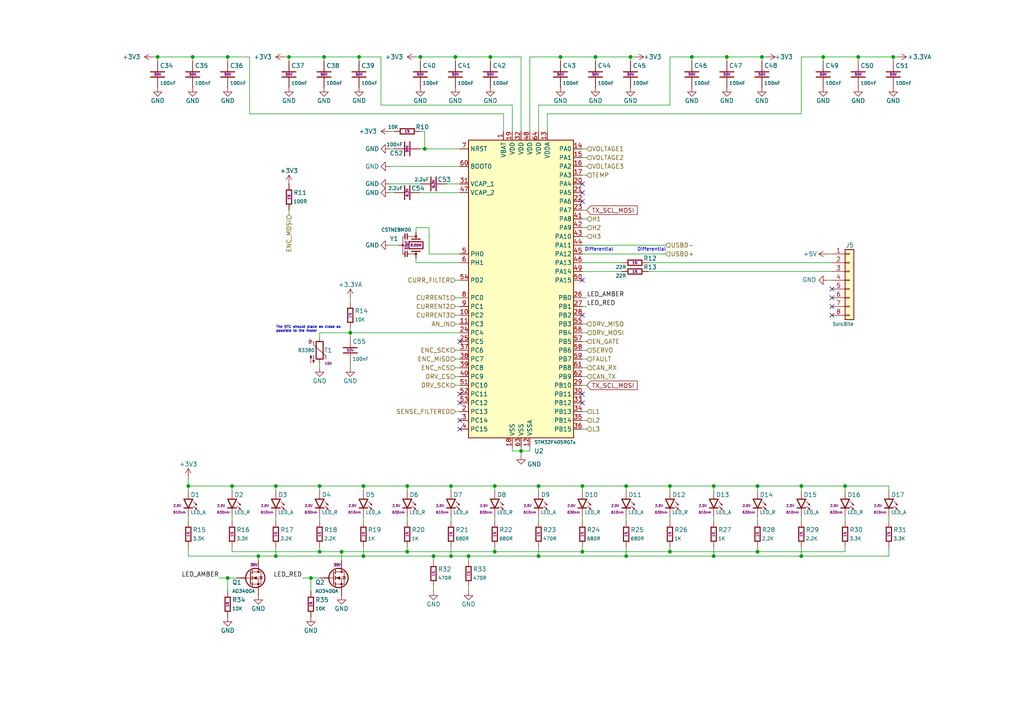
<source format=kicad_sch>
(kicad_sch (version 20211123) (generator eeschema)
  (paper "A4")
  (title_block (title "pectoralis major") (company "project Merophy") (comment 1 "a.k.a. Electronic Speed Controller of one of the drone motors") (comment 2 "This is one of the main propolsion sources of a bird") (comment 3 "at the deltopectoral crest.") (comment 4 "The pectoralis is a large muscle that attaches to the humerus of the wing "))
  (junction (at 55.88 16.51))
  (junction (at 245.11 140.97))
  (junction (at 130.81 161.29))
  (junction (at 105.41 140.97))
  (junction (at 151.13 130.81))
  (junction (at 248.92 16.51))
  (junction (at 156.21 140.97))
  (junction (at 210.82 16.51))
  (junction (at 143.51 160.02))
  (junction (at 45.72 16.51))
  (junction (at 200.66 16.51))
  (junction (at 92.71 140.97))
  (junction (at 118.11 140.97))
  (junction (at 67.31 140.97))
  (junction (at 66.04 16.51))
  (junction (at 207.01 140.97))
  (junction (at 74.93 161.29))
  (junction (at 92.71 160.02))
  (junction (at 182.88 16.51))
  (junction (at 232.41 140.97))
  (junction (at 219.71 160.02))
  (junction (at 220.98 16.51))
  (junction (at 105.41 161.29))
  (junction (at 121.92 16.51))
  (junction (at 142.24 16.51))
  (junction (at 83.82 16.51))
  (junction (at 168.91 140.97))
  (junction (at 259.08 16.51))
  (junction (at 130.81 140.97))
  (junction (at 132.08 16.51))
  (junction (at 125.73 161.29))
  (junction (at 66.04 167.64))
  (junction (at 90.17 167.64))
  (junction (at 93.98 16.51))
  (junction (at 118.11 160.02))
  (junction (at 156.21 161.29))
  (junction (at 104.14 16.51))
  (junction (at 135.89 161.29))
  (junction (at 194.31 140.97))
  (junction (at 101.6 96.52))
  (junction (at 181.61 140.97))
  (junction (at 232.41 161.29))
  (junction (at 80.01 161.29))
  (junction (at 207.01 161.29))
  (junction (at 54.61 140.97))
  (junction (at 238.76 16.51))
  (junction (at 99.06 160.02))
  (junction (at 123.19 43.18))
  (junction (at 162.56 16.51))
  (junction (at 181.61 161.29))
  (junction (at 219.71 140.97))
  (junction (at 168.91 160.02))
  (junction (at 194.31 160.02))
  (junction (at 172.72 16.51))
  (junction (at 80.01 140.97))
  (junction (at 143.51 140.97))
  (no_connect (at 133.35 99.06))
  (no_connect (at 133.35 124.46))
  (no_connect (at 241.3 83.82))
  (no_connect (at 168.91 58.42))
  (no_connect (at 168.91 55.88))
  (no_connect (at 241.3 86.36))
  (no_connect (at 168.91 81.28))
  (no_connect (at 168.91 53.34))
  (no_connect (at 241.3 91.44))
  (no_connect (at 241.3 88.9))
  (no_connect (at 168.91 91.44))
  (no_connect (at 133.35 116.84))
  (no_connect (at 168.91 114.3))
  (no_connect (at 133.35 114.3))
  (no_connect (at 168.91 116.84))
  (no_connect (at 133.35 121.92))
  (wire (pts (xy 168.91 88.9) (xy 170.18 88.9)))
  (wire (pts (xy 92.71 96.52) (xy 92.71 97.79)))
  (wire (pts (xy 259.08 16.51) (xy 259.08 17.78)))
  (wire (pts (xy 151.13 38.1) (xy 151.13 16.51)))
  (wire (pts (xy 99.06 162.56) (xy 99.06 160.02)))
  (wire (pts (xy 104.14 16.51) (xy 110.49 16.51)))
  (wire (pts (xy 148.59 30.48) (xy 110.49 30.48)))
  (wire (pts (xy 222.25 16.51) (xy 220.98 16.51)))
  (wire (pts (xy 118.11 160.02) (xy 143.51 160.02)))
  (wire (pts (xy 63.5 167.64) (xy 66.04 167.64)))
  (wire (pts (xy 207.01 149.86) (xy 207.01 151.13)))
  (wire (pts (xy 54.61 138.43) (xy 54.61 140.97)))
  (wire (pts (xy 168.91 73.66) (xy 193.04 73.66)))
  (wire (pts (xy 207.01 140.97) (xy 219.71 140.97)))
  (wire (pts (xy 156.21 140.97) (xy 156.21 142.24)))
  (wire (pts (xy 67.31 140.97) (xy 80.01 140.97)))
  (wire (pts (xy 133.35 104.14) (xy 132.08 104.14)))
  (wire (pts (xy 67.31 158.75) (xy 67.31 160.02)))
  (wire (pts (xy 207.01 140.97) (xy 207.01 142.24)))
  (wire (pts (xy 120.65 16.51) (xy 121.92 16.51)))
  (wire (pts (xy 219.71 140.97) (xy 232.41 140.97)))
  (wire (pts (xy 67.31 142.24) (xy 67.31 140.97)))
  (wire (pts (xy 194.31 158.75) (xy 194.31 160.02)))
  (wire (pts (xy 245.11 140.97) (xy 245.11 142.24)))
  (wire (pts (xy 219.71 140.97) (xy 219.71 142.24)))
  (wire (pts (xy 194.31 149.86) (xy 194.31 151.13)))
  (wire (pts (xy 143.51 149.86) (xy 143.51 151.13)))
  (wire (pts (xy 132.08 81.28) (xy 133.35 81.28)))
  (wire (pts (xy 240.03 73.66) (xy 241.3 73.66)))
  (wire (pts (xy 101.6 96.52) (xy 133.35 96.52)))
  (wire (pts (xy 113.03 48.26) (xy 133.35 48.26)))
  (wire (pts (xy 181.61 161.29) (xy 207.01 161.29)))
  (wire (pts (xy 90.17 171.45) (xy 90.17 167.64)))
  (wire (pts (xy 170.18 124.46) (xy 168.91 124.46)))
  (wire (pts (xy 121.92 43.18) (xy 123.19 43.18)))
  (wire (pts (xy 105.41 140.97) (xy 118.11 140.97)))
  (wire (pts (xy 66.04 17.78) (xy 66.04 16.51)))
  (wire (pts (xy 170.18 60.96) (xy 168.91 60.96)))
  (wire (pts (xy 93.98 16.51) (xy 93.98 17.78)))
  (wire (pts (xy 232.41 149.86) (xy 232.41 151.13)))
  (wire (pts (xy 168.91 149.86) (xy 168.91 151.13)))
  (wire (pts (xy 257.81 158.75) (xy 257.81 161.29)))
  (wire (pts (xy 168.91 160.02) (xy 194.31 160.02)))
  (wire (pts (xy 113.03 71.12) (xy 115.57 71.12)))
  (wire (pts (xy 82.55 16.51) (xy 83.82 16.51)))
  (wire (pts (xy 80.01 140.97) (xy 92.71 140.97)))
  (wire (pts (xy 248.92 16.51) (xy 248.92 17.78)))
  (wire (pts (xy 104.14 17.78) (xy 104.14 16.51)))
  (wire (pts (xy 143.51 140.97) (xy 143.51 142.24)))
  (wire (pts (xy 133.35 86.36) (xy 132.08 86.36)))
  (wire (pts (xy 187.96 78.74) (xy 241.3 78.74)))
  (wire (pts (xy 170.18 104.14) (xy 168.91 104.14)))
  (wire (pts (xy 92.71 151.13) (xy 92.71 149.86)))
  (wire (pts (xy 219.71 149.86) (xy 219.71 151.13)))
  (wire (pts (xy 241.3 81.28) (xy 240.03 81.28)))
  (wire (pts (xy 54.61 161.29) (xy 74.93 161.29)))
  (wire (pts (xy 130.81 140.97) (xy 143.51 140.97)))
  (wire (pts (xy 110.49 16.51) (xy 110.49 30.48)))
  (wire (pts (xy 153.67 16.51) (xy 153.67 38.1)))
  (wire (pts (xy 194.31 160.02) (xy 219.71 160.02)))
  (wire (pts (xy 135.89 171.45) (xy 135.89 170.18)))
  (wire (pts (xy 232.41 16.51) (xy 238.76 16.51)))
  (wire (pts (xy 66.04 171.45) (xy 66.04 167.64)))
  (wire (pts (xy 156.21 149.86) (xy 156.21 151.13)))
  (wire (pts (xy 170.18 99.06) (xy 168.91 99.06)))
  (wire (pts (xy 257.81 140.97) (xy 257.81 142.24)))
  (wire (pts (xy 121.92 55.88) (xy 133.35 55.88)))
  (wire (pts (xy 220.98 16.51) (xy 210.82 16.51)))
  (wire (pts (xy 194.31 140.97) (xy 194.31 142.24)))
  (wire (pts (xy 156.21 38.1) (xy 156.21 30.48)))
  (wire (pts (xy 114.3 55.88) (xy 113.03 55.88)))
  (wire (pts (xy 181.61 158.75) (xy 181.61 161.29)))
  (wire (pts (xy 156.21 161.29) (xy 181.61 161.29)))
  (wire (pts (xy 170.18 63.5) (xy 168.91 63.5)))
  (wire (pts (xy 133.35 106.68) (xy 132.08 106.68)))
  (wire (pts (xy 238.76 16.51) (xy 248.92 16.51)))
  (wire (pts (xy 148.59 130.81) (xy 148.59 129.54)))
  (wire (pts (xy 132.08 16.51) (xy 142.24 16.51)))
  (wire (pts (xy 118.11 140.97) (xy 130.81 140.97)))
  (wire (pts (xy 118.11 158.75) (xy 118.11 160.02)))
  (wire (pts (xy 118.11 151.13) (xy 118.11 149.86)))
  (wire (pts (xy 232.41 33.02) (xy 232.41 16.51)))
  (wire (pts (xy 101.6 95.25) (xy 101.6 96.52)))
  (wire (pts (xy 146.05 33.02) (xy 146.05 38.1)))
  (wire (pts (xy 170.18 43.18) (xy 168.91 43.18)))
  (wire (pts (xy 101.6 106.68) (xy 101.6 105.41)))
  (wire (pts (xy 72.39 16.51) (xy 66.04 16.51)))
  (wire (pts (xy 67.31 151.13) (xy 67.31 149.86)))
  (wire (pts (xy 156.21 140.97) (xy 168.91 140.97)))
  (wire (pts (xy 101.6 97.79) (xy 101.6 96.52)))
  (wire (pts (xy 210.82 16.51) (xy 210.82 17.78)))
  (wire (pts (xy 105.41 149.86) (xy 105.41 151.13)))
  (wire (pts (xy 168.91 158.75) (xy 168.91 160.02)))
  (wire (pts (xy 168.91 66.04) (xy 170.18 66.04)))
  (wire (pts (xy 245.11 158.75) (xy 245.11 160.02)))
  (wire (pts (xy 130.81 140.97) (xy 130.81 142.24)))
  (wire (pts (xy 92.71 158.75) (xy 92.71 160.02)))
  (wire (pts (xy 207.01 161.29) (xy 232.41 161.29)))
  (wire (pts (xy 74.93 162.56) (xy 74.93 161.29)))
  (wire (pts (xy 170.18 109.22) (xy 168.91 109.22)))
  (wire (pts (xy 113.03 38.1) (xy 114.3 38.1)))
  (wire (pts (xy 80.01 161.29) (xy 105.41 161.29)))
  (wire (pts (xy 132.08 16.51) (xy 132.08 17.78)))
  (wire (pts (xy 170.18 48.26) (xy 168.91 48.26)))
  (wire (pts (xy 135.89 162.56) (xy 135.89 161.29)))
  (wire (pts (xy 80.01 140.97) (xy 80.01 142.24)))
  (wire (pts (xy 105.41 140.97) (xy 105.41 142.24)))
  (wire (pts (xy 200.66 16.51) (xy 194.31 16.51)))
  (wire (pts (xy 45.72 16.51) (xy 45.72 17.78)))
  (wire (pts (xy 168.91 121.92) (xy 170.18 121.92)))
  (wire (pts (xy 156.21 161.29) (xy 135.89 161.29)))
  (wire (pts (xy 181.61 140.97) (xy 181.61 142.24)))
  (wire (pts (xy 200.66 16.51) (xy 200.66 17.78)))
  (wire (pts (xy 87.63 167.64) (xy 90.17 167.64)))
  (wire (pts (xy 132.08 93.98) (xy 133.35 93.98)))
  (wire (pts (xy 245.11 149.86) (xy 245.11 151.13)))
  (wire (pts (xy 133.35 43.18) (xy 123.19 43.18)))
  (wire (pts (xy 130.81 158.75) (xy 130.81 161.29)))
  (wire (pts (xy 170.18 119.38) (xy 168.91 119.38)))
  (wire (pts (xy 182.88 16.51) (xy 182.88 17.78)))
  (wire (pts (xy 130.81 149.86) (xy 130.81 151.13)))
  (wire (pts (xy 143.51 140.97) (xy 156.21 140.97)))
  (wire (pts (xy 67.31 160.02) (xy 92.71 160.02)))
  (wire (pts (xy 120.65 76.2) (xy 120.65 74.93)))
  (wire (pts (xy 156.21 158.75) (xy 156.21 161.29)))
  (wire (pts (xy 168.91 71.12) (xy 193.04 71.12)))
  (wire (pts (xy 133.35 73.66) (xy 124.46 73.66)))
  (wire (pts (xy 168.91 45.72) (xy 170.18 45.72)))
  (wire (pts (xy 121.92 38.1) (xy 123.19 38.1)))
  (wire (pts (xy 170.18 101.6) (xy 168.91 101.6)))
  (wire (pts (xy 151.13 130.81) (xy 153.67 130.81)))
  (wire (pts (xy 92.71 140.97) (xy 105.41 140.97)))
  (wire (pts (xy 181.61 140.97) (xy 194.31 140.97)))
  (wire (pts (xy 133.35 111.76) (xy 132.08 111.76)))
  (wire (pts (xy 194.31 30.48) (xy 156.21 30.48)))
  (wire (pts (xy 194.31 140.97) (xy 207.01 140.97)))
  (wire (pts (xy 113.03 43.18) (xy 114.3 43.18)))
  (wire (pts (xy 54.61 158.75) (xy 54.61 161.29)))
  (wire (pts (xy 125.73 162.56) (xy 125.73 161.29)))
  (wire (pts (xy 194.31 30.48) (xy 194.31 16.51)))
  (wire (pts (xy 153.67 130.81) (xy 153.67 129.54)))
  (wire (pts (xy 44.45 16.51) (xy 45.72 16.51)))
  (wire (pts (xy 80.01 158.75) (xy 80.01 161.29)))
  (wire (pts (xy 129.54 53.34) (xy 133.35 53.34)))
  (wire (pts (xy 133.35 119.38) (xy 132.08 119.38)))
  (wire (pts (xy 125.73 161.29) (xy 130.81 161.29)))
  (wire (pts (xy 143.51 158.75) (xy 143.51 160.02)))
  (wire (pts (xy 142.24 17.78) (xy 142.24 16.51)))
  (wire (pts (xy 143.51 160.02) (xy 168.91 160.02)))
  (wire (pts (xy 220.98 16.51) (xy 220.98 17.78)))
  (wire (pts (xy 123.19 38.1) (xy 123.19 43.18)))
  (wire (pts (xy 105.41 158.75) (xy 105.41 161.29)))
  (wire (pts (xy 120.65 66.04) (xy 120.65 67.31)))
  (wire (pts (xy 54.61 140.97) (xy 67.31 140.97)))
  (wire (pts (xy 241.3 76.2) (xy 187.96 76.2)))
  (wire (pts (xy 66.04 167.64) (xy 68.58 167.64)))
  (wire (pts (xy 248.92 16.51) (xy 259.08 16.51)))
  (wire (pts (xy 170.18 106.68) (xy 168.91 106.68)))
  (wire (pts (xy 260.35 16.51) (xy 259.08 16.51)))
  (wire (pts (xy 125.73 171.45) (xy 125.73 170.18)))
  (wire (pts (xy 133.35 76.2) (xy 120.65 76.2)))
  (wire (pts (xy 90.17 167.64) (xy 92.71 167.64)))
  (wire (pts (xy 92.71 140.97) (xy 92.71 142.24)))
  (wire (pts (xy 158.75 33.02) (xy 232.41 33.02)))
  (wire (pts (xy 151.13 130.81) (xy 151.13 129.54)))
  (wire (pts (xy 170.18 93.98) (xy 168.91 93.98)))
  (wire (pts (xy 80.01 149.86) (xy 80.01 151.13)))
  (wire (pts (xy 121.92 16.51) (xy 132.08 16.51)))
  (wire (pts (xy 66.04 16.51) (xy 55.88 16.51)))
  (wire (pts (xy 170.18 86.36) (xy 168.91 86.36)))
  (wire (pts (xy 101.6 86.36) (xy 101.6 87.63)))
  (wire (pts (xy 172.72 16.51) (xy 172.72 17.78)))
  (wire (pts (xy 245.11 160.02) (xy 219.71 160.02)))
  (wire (pts (xy 148.59 38.1) (xy 148.59 30.48)))
  (wire (pts (xy 130.81 161.29) (xy 135.89 161.29)))
  (wire (pts (xy 162.56 16.51) (xy 162.56 17.78)))
  (wire (pts (xy 151.13 130.81) (xy 148.59 130.81)))
  (wire (pts (xy 170.18 68.58) (xy 168.91 68.58)))
  (wire (pts (xy 132.08 88.9) (xy 133.35 88.9)))
  (wire (pts (xy 104.14 16.51) (xy 93.98 16.51)))
  (wire (pts (xy 133.35 91.44) (xy 132.08 91.44)))
  (wire (pts (xy 105.41 161.29) (xy 125.73 161.29)))
  (wire (pts (xy 181.61 149.86) (xy 181.61 151.13)))
  (wire (pts (xy 92.71 106.68) (xy 92.71 105.41)))
  (wire (pts (xy 55.88 16.51) (xy 55.88 17.78)))
  (wire (pts (xy 257.81 149.86) (xy 257.81 151.13)))
  (wire (pts (xy 55.88 16.51) (xy 45.72 16.51)))
  (wire (pts (xy 113.03 53.34) (xy 121.92 53.34)))
  (wire (pts (xy 168.91 76.2) (xy 180.34 76.2)))
  (wire (pts (xy 170.18 50.8) (xy 168.91 50.8)))
  (wire (pts (xy 232.41 140.97) (xy 232.41 142.24)))
  (wire (pts (xy 83.82 16.51) (xy 83.82 17.78)))
  (wire (pts (xy 124.46 73.66) (xy 124.46 66.04)))
  (wire (pts (xy 172.72 16.51) (xy 182.88 16.51)))
  (wire (pts (xy 207.01 158.75) (xy 207.01 161.29)))
  (wire (pts (xy 132.08 101.6) (xy 133.35 101.6)))
  (wire (pts (xy 232.41 158.75) (xy 232.41 161.29)))
  (wire (pts (xy 168.91 140.97) (xy 181.61 140.97)))
  (wire (pts (xy 168.91 78.74) (xy 180.34 78.74)))
  (wire (pts (xy 219.71 158.75) (xy 219.71 160.02)))
  (wire (pts (xy 74.93 161.29) (xy 80.01 161.29)))
  (wire (pts (xy 238.76 16.51) (xy 238.76 17.78)))
  (wire (pts (xy 83.82 60.96) (xy 83.82 62.23)))
  (wire (pts (xy 153.67 16.51) (xy 162.56 16.51)))
  (wire (pts (xy 118.11 140.97) (xy 118.11 142.24)))
  (wire (pts (xy 168.91 96.52) (xy 170.18 96.52)))
  (wire (pts (xy 162.56 16.51) (xy 172.72 16.51)))
  (wire (pts (xy 245.11 140.97) (xy 257.81 140.97)))
  (wire (pts (xy 72.39 16.51) (xy 72.39 33.02)))
  (wire (pts (xy 92.71 160.02) (xy 99.06 160.02)))
  (wire (pts (xy 133.35 109.22) (xy 132.08 109.22)))
  (wire (pts (xy 142.24 16.51) (xy 151.13 16.51)))
  (wire (pts (xy 158.75 38.1) (xy 158.75 33.02)))
  (wire (pts (xy 92.71 96.52) (xy 101.6 96.52)))
  (wire (pts (xy 121.92 16.51) (xy 121.92 17.78)))
  (wire (pts (xy 99.06 160.02) (xy 118.11 160.02)))
  (wire (pts (xy 232.41 161.29) (xy 257.81 161.29)))
  (wire (pts (xy 210.82 16.51) (xy 200.66 16.51)))
  (wire (pts (xy 170.18 111.76) (xy 168.91 111.76)))
  (wire (pts (xy 146.05 33.02) (xy 72.39 33.02)))
  (wire (pts (xy 168.91 140.97) (xy 168.91 142.24)))
  (wire (pts (xy 54.61 140.97) (xy 54.61 142.24)))
  (wire (pts (xy 93.98 16.51) (xy 83.82 16.51)))
  (wire (pts (xy 184.15 16.51) (xy 182.88 16.51)))
  (wire (pts (xy 124.46 66.04) (xy 120.65 66.04)))
  (wire (pts (xy 54.61 149.86) (xy 54.61 151.13)))
  (wire (pts (xy 151.13 132.08) (xy 151.13 130.81)))
  (wire (pts (xy 232.41 140.97) (xy 245.11 140.97)))
  (text "The NTC should place as close as \npossible to the motor" (at 80.01 96.52 0) (effects (font (size 0.7112 0.7112)) (justify left bottom)))
  (text "Differential\n" (at 169.545 73.025 0) (effects (font (size 0.9906 0.9906)) (justify left bottom)))
  (text "Differential\n" (at 184.785 73.025 0) (effects (font (size 0.9906 0.9906)) (justify left bottom)))
  (label "LED_AMBER" (at 170.18 86.36 0))
  (label "LED_RED" (at 170.18 88.9 0))
  (label "LED_AMBER" (at 63.5 167.64 180))
  (label "LED_RED" (at 87.63 167.64 180))
  (global_label "TX_SCL_MOSI" (shape input) (at 170.18 60.96 0) (property "Intersheet References" "${INTERSHEET_REFS}" (effects hide)))
  (global_label "TX_SCL_MOSI" (shape input) (at 170.18 111.76 0) (property "Intersheet References" "${INTERSHEET_REFS}" (effects hide)))
  (hierarchical_label "L3" (shape input) (at 170.18 124.46 0))
  (hierarchical_label "USBD+" (shape input) (at 193.04 73.66 0))
  (hierarchical_label "EN_GATE" (shape input) (at 170.18 99.06 0))
  (hierarchical_label "ENC_MISO" (shape input) (at 132.08 104.14 180))
  (hierarchical_label "ENC_nCS" (shape input) (at 132.08 106.68 180))
  (hierarchical_label "VOLTAGE3" (shape input) (at 170.18 48.26 0))
  (hierarchical_label "VOLTAGE2" (shape input) (at 170.18 45.72 0))
  (hierarchical_label "H3" (shape input) (at 170.18 68.58 0))
  (hierarchical_label "DRV_CS" (shape input) (at 132.08 109.22 180))
  (hierarchical_label "SENSE_FILTERED" (shape input) (at 132.08 119.38 180))
  (hierarchical_label "CURR_FILTER" (shape input) (at 132.08 81.28 180))
  (hierarchical_label "AN_IN" (shape input) (at 132.08 93.98 180))
  (hierarchical_label "L2" (shape input) (at 170.18 121.92 0))
  (hierarchical_label "SERVO" (shape input) (at 170.18 101.6 0))
  (hierarchical_label "ENC_MOSI" (shape input) (at 83.82 62.23 270))
  (hierarchical_label "VOLTAGE1" (shape input) (at 170.18 43.18 0))
  (hierarchical_label "CAN_RX" (shape input) (at 170.18 106.68 0))
  (hierarchical_label "CURRENT2" (shape input) (at 132.08 88.9 180))
  (hierarchical_label "H2" (shape input) (at 170.18 66.04 0))
  (hierarchical_label "L1" (shape input) (at 170.18 119.38 0))
  (hierarchical_label "CURRENT3" (shape input) (at 132.08 91.44 180))
  (hierarchical_label "TEMP" (shape input) (at 170.18 50.8 0))
  (hierarchical_label "DRV_MOSI" (shape input) (at 170.18 96.52 0))
  (hierarchical_label "H1" (shape input) (at 170.18 63.5 0))
  (hierarchical_label "DRV_SCK" (shape input) (at 132.08 111.76 180))
  (hierarchical_label "DRV_MISO" (shape input) (at 170.18 93.98 0))
  (hierarchical_label "FAULT" (shape input) (at 170.18 104.14 0))
  (hierarchical_label "CURRENT1" (shape input) (at 132.08 86.36 180))
  (hierarchical_label "ENC_SCK" (shape input) (at 132.08 101.6 180))
  (hierarchical_label "USBD-" (shape input) (at 193.04 71.12 0))
  (hierarchical_label "CAN_TX" (shape input) (at 170.18 109.22 0))
  (symbol (lib_id "power:GND") (at 132.08 25.4 0) (unit 1)
    (property "Reference" "#PWR049" (effects hide))
    (property "Value" "GND" (at 132.08 29.21 0))
  )
  (symbol (lib_id "power:GND") (at 121.92 25.4 0) (unit 1)
    (property "Reference" "#PWR048" (effects hide))
    (property "Value" "GND" (at 121.92 29.21 0))
  )
  (symbol (lib_id "power:GND") (at 142.24 25.4 0) (unit 1)
    (property "Reference" "#PWR050" (effects hide))
    (property "Value" "GND" (at 142.24 29.21 0))
  )
  (symbol (lib_id "power:GND") (at 55.88 25.4 0) (unit 1)
    (property "Reference" "#PWR043" (effects hide))
    (property "Value" "GND" (at 55.88 29.21 0))
  )
  (symbol (lib_id "power:GND") (at 45.72 25.4 0) (unit 1)
    (property "Reference" "#PWR042" (effects hide))
    (property "Value" "GND" (at 45.72 29.21 0))
  )
  (symbol (lib_id "power:GND") (at 66.04 25.4 0) (unit 1)
    (property "Reference" "#PWR044" (effects hide))
    (property "Value" "GND" (at 66.04 29.21 0))
  )
  (symbol (lib_id "power:GND") (at 104.14 25.4 0) (unit 1)
    (property "Reference" "#PWR047" (effects hide))
    (property "Value" "GND" (at 104.14 29.21 0))
  )
  (symbol (lib_id "power:GND") (at 248.92 25.4 0) (unit 1)
    (property "Reference" "#PWR058" (effects hide))
    (property "Value" "GND" (at 248.92 29.21 0))
  )
  (symbol (lib_id "power:GND") (at 238.76 25.4 0) (unit 1)
    (property "Reference" "#PWR057" (effects hide))
    (property "Value" "GND" (at 238.76 29.21 0))
  )
  (symbol (lib_id "power:GND") (at 259.08 25.4 0) (unit 1)
    (property "Reference" "#PWR059" (effects hide))
    (property "Value" "GND" (at 259.08 29.21 0))
  )
  (symbol (lib_id "power:GND") (at 182.88 25.4 0) (unit 1)
    (property "Reference" "#PWR053" (effects hide))
    (property "Value" "GND" (at 182.88 29.21 0))
  )
  (symbol (lib_id "power:GND") (at 210.82 25.4 0) (unit 1)
    (property "Reference" "#PWR055" (effects hide))
    (property "Value" "GND" (at 210.82 29.21 0))
  )
  (symbol (lib_id "power:GND") (at 200.66 25.4 0) (unit 1)
    (property "Reference" "#PWR054" (effects hide))
    (property "Value" "GND" (at 200.66 29.21 0))
  )
  (symbol (lib_id "power:+3V3") (at 44.45 16.51 90) (unit 1)
    (property "Reference" "#PWR036" (effects hide))
    (property "Value" "+3V3" (at 38.1 16.51 90))
  )
  (symbol (lib_id "power:+3V3") (at 82.55 16.51 90) (unit 1)
    (property "Reference" "#PWR037" (effects hide))
    (property "Value" "+3V3" (at 76.2 16.51 90))
  )
  (symbol (lib_id "power:GND") (at 113.03 43.18 270) (unit 1)
    (property "Reference" "#PWR061" (effects hide))
    (property "Value" "GND" (at 107.95 43.18 90))
  )
  (symbol (lib_id "power:GND") (at 113.03 48.26 270) (unit 1)
    (property "Reference" "#PWR062" (effects hide))
    (property "Value" "GND" (at 107.95 48.26 90))
  )
  (symbol (lib_id "power:GND") (at 113.03 55.88 270) (unit 1)
    (property "Reference" "#PWR065" (effects hide))
    (property "Value" "GND" (at 107.95 55.88 90))
  )
  (symbol (lib_id "power:GND") (at 113.03 53.34 270) (unit 1)
    (property "Reference" "#PWR064" (effects hide))
    (property "Value" "GND" (at 107.95 53.34 90))
  )
  (symbol (lib_id "power:+3V3") (at 83.82 53.34 0) (unit 1)
    (property "Reference" "#PWR063" (effects hide))
    (property "Value" "+3V3" (at 83.82 49.53 0))
  )
  (symbol (lib_id "power:+3.3VA") (at 101.6 86.36 0) (unit 1)
    (property "Reference" "#PWR069" (effects hide))
    (property "Value" "+3.3VA" (at 101.6 82.55 0))
  )
  (symbol (lib_id "power:GND") (at 74.93 172.72 0) (unit 1)
    (property "Reference" "#PWR076" (effects hide))
    (property "Value" "GND" (at 74.93 176.53 0))
  )
  (symbol (lib_id "power:GND") (at 151.13 132.08 0) (unit 1)
    (property "Reference" "#PWR072" (effects hide))
    (property "Value" "GND" (at 154.94 134.62 0))
  )
  (symbol (lib_id "power:GND") (at 93.98 25.4 0) (unit 1)
    (property "Reference" "#PWR046" (effects hide))
    (property "Value" "GND" (at 93.98 29.21 0))
  )
  (symbol (lib_id "power:GND") (at 83.82 25.4 0) (unit 1)
    (property "Reference" "#PWR045" (effects hide))
    (property "Value" "GND" (at 83.82 29.21 0))
  )
  (symbol (lib_id "power:GND") (at 172.72 25.4 0) (unit 1)
    (property "Reference" "#PWR052" (effects hide))
    (property "Value" "GND" (at 172.72 29.21 0))
  )
  (symbol (lib_id "power:GND") (at 162.56 25.4 0) (unit 1)
    (property "Reference" "#PWR051" (effects hide))
    (property "Value" "GND" (at 162.56 29.21 0))
  )
  (symbol (lib_id "power:+3V3") (at 120.65 16.51 90) (unit 1)
    (property "Reference" "#PWR038" (effects hide))
    (property "Value" "+3V3" (at 114.3 16.51 90))
  )
  (symbol (lib_id "power:+3V3") (at 184.15 16.51 270) (unit 1)
    (property "Reference" "#PWR039" (effects hide))
    (property "Value" "+3V3" (at 189.23 16.51 90))
  )
  (symbol (lib_id "power:+3V3") (at 222.25 16.51 270) (unit 1)
    (property "Reference" "#PWR040" (effects hide))
    (property "Value" "+3V3" (at 227.33 16.51 90))
  )
  (symbol (lib_id "power:+3.3VA") (at 260.35 16.51 270) (unit 1)
    (property "Reference" "#PWR041" (effects hide))
    (property "Value" "+3.3VA" (at 266.7 16.51 90))
  )
  (symbol (lib_id "power:GND") (at 220.98 25.4 0) (unit 1)
    (property "Reference" "#PWR056" (effects hide))
    (property "Value" "GND" (at 220.98 29.21 0))
  )
  (symbol (lib_id "power:+3V3") (at 113.03 38.1 90) (unit 1)
    (property "Reference" "#PWR060" (effects hide))
    (property "Value" "+3V3" (at 106.68 38.1 90))
  )
  (symbol (lib_id "power:GND") (at 113.03 71.12 270) (unit 1)
    (property "Reference" "#PWR066" (effects hide))
    (property "Value" "GND" (at 107.95 71.12 90))
  )
  (symbol (lib_id "power:GND") (at 92.71 106.68 0) (unit 1)
    (property "Reference" "#PWR070" (effects hide))
    (property "Value" "GND" (at 92.71 110.49 0))
  )
  (symbol (lib_id "power:GND") (at 125.73 171.45 0) (unit 1)
    (property "Reference" "#PWR074" (effects hide))
    (property "Value" "GND" (at 125.73 175.26 0))
  )
  (symbol (lib_id "power:GND") (at 135.89 171.45 0) (unit 1)
    (property "Reference" "#PWR075" (effects hide))
    (property "Value" "GND" (at 135.89 175.26 0))
  )
  (symbol (lib_id "power:GND") (at 99.06 172.72 0) (unit 1)
    (property "Reference" "#PWR077" (effects hide))
    (property "Value" "GND" (at 99.06 176.53 0))
  )
  (symbol (lib_id "power:GND") (at 101.6 106.68 0) (unit 1)
    (property "Reference" "#PWR071" (effects hide))
    (property "Value" "GND" (at 101.6 110.49 0))
  )
  (symbol (lib_id "power:+5V") (at 240.03 73.66 90) (unit 1)
    (property "Reference" "#PWR067" (effects hide))
    (property "Value" "+5V" (at 234.95 73.66 90))
  )
  (symbol (lib_id "power:GND") (at 240.03 81.28 270) (mirror x) (unit 1)
    (property "Reference" "#PWR068" (effects hide))
    (property "Value" "GND" (at 236.7788 81.153 90) (effects (justify right)))
  )
  (symbol (lib_id "CoE_Clock:CSTNE8M00") (at 120.65 71.12 0) (unit 1)
    (property "Reference" "Y1" (at 113.03 69.215 0) (effects (justify left)))
    (property "Value" "CSTNE8M00" (at 114.935 66.675 0) (effects (font (size 0.9906 0.9906))))
    (property "Footprint" "CoF_Crystal:CSTNE" (effects hide))
    (property "Datasheet" "www.murata.com/en/products/productdata/8801161740318/SPEC-CSTNE8M00G550000R0.pdf" (effects hide))
    (property "Frequency" "8.00M" (at 120.65 71.12 0) (effects (font (size 0.7112 0.7112))))
    (property "Load Capacitance" "33pF" (at 117.856 71.12 90) (effects (font (size 0.7112 0.7112))))
    (property "MFR. Part #" "CSTNE8M00G550000R0" (effects hide))
    (property "Digikey Part #" "490-17958-1-ND" (effects hide))
    (property "Mouser Part #" "81-CSTNE8M00G550000R" (effects hide))
  )
  (symbol (lib_id "CoE_IntegratedCircuit:STM32F405RGTx") (at 151.13 83.82 0) (unit 1)
    (property "Reference" "U2" (at 154.94 130.81 0) (effects (justify left)))
    (property "Value" "STM32F405RGTx" (at 154.94 128.27 0) (effects (font (size 0.9906 0.9906)) (justify left)))
    (property "Footprint" "CoF_QuadFlat:LQFP-64" (effects hide))
    (property "Datasheet" "http://www.st.com/st-web-ui/static/active/en/resource/technical/document/datasheet/DM00037051.pdf" (effects hide))
    (property "MFR. Part #" "STM32F405RGT6" (effects hide))
    (property "Digikey Part #" "497-11767-ND" (effects hide))
  )
  (symbol (lib_id "CoE_Resistor:100R") (at 83.82 57.15 0) (unit 1)
    (property "Reference" "R11" (at 85.09 55.88 0) (effects (justify left)))
    (property "Value" "100R" (at 85.09 58.42 0) (effects (font (size 0.9906 0.9906)) (justify left)))
    (property "Footprint" "CoF_Resistor:R-0402" (effects hide))
    (property "Tolerance" "1%" (at 83.82 57.15 90) (effects (font (size 0.7112 0.7112))))
    (property "MFR. Part #" "0402WGF1000TCE" (effects hide))
    (property "JLCPCB Part #" "C25076" (effects hide))
  )
  (symbol (lib_id "CoE_Resistor:3.3K") (at 257.81 154.94 0) (unit 1)
    (property "Reference" "R31" (at 259.08 153.67 0) (effects (justify left)))
    (property "Value" "3.3K" (at 259.08 156.21 0) (effects (font (size 0.9906 0.9906)) (justify left)))
    (property "Footprint" "CoF_Resistor:R-0402" (effects hide))
    (property "Tolerance" "1%" (at 257.81 154.94 90) (effects (font (size 0.7112 0.7112))))
    (property "MFR. Part #" "0402WGF3301TCE" (effects hide))
    (property "JLCPCB Part #" "C25890" (effects hide))
  )
  (symbol (lib_id "CoE_Resistor:3.3K") (at 245.11 154.94 0) (unit 1)
    (property "Reference" "R30" (at 246.38 153.67 0) (effects (justify left)))
    (property "Value" "3.3K" (at 246.38 156.21 0) (effects (font (size 0.9906 0.9906)) (justify left)))
    (property "Footprint" "CoF_Resistor:R-0402" (effects hide))
    (property "Tolerance" "1%" (at 245.11 154.94 90) (effects (font (size 0.7112 0.7112))))
    (property "MFR. Part #" "0402WGF3301TCE" (effects hide))
    (property "JLCPCB Part #" "C25890" (effects hide))
  )
  (symbol (lib_id "CoE_Resistor:3.3K") (at 67.31 154.94 0) (unit 1)
    (property "Reference" "R16" (at 68.58 153.67 0) (effects (justify left)))
    (property "Value" "3.3K" (at 68.58 156.21 0) (effects (font (size 0.9906 0.9906)) (justify left)))
    (property "Footprint" "CoF_Resistor:R-0402" (effects hide))
    (property "Tolerance" "1%" (at 67.31 154.94 90) (effects (font (size 0.7112 0.7112))))
    (property "MFR. Part #" "0402WGF3301TCE" (effects hide))
    (property "JLCPCB Part #" "C25890" (effects hide))
  )
  (symbol (lib_id "CoE_Resistor:3.3K") (at 54.61 154.94 0) (unit 1)
    (property "Reference" "R15" (at 55.88 153.67 0) (effects (justify left)))
    (property "Value" "3.3K" (at 55.88 156.21 0) (effects (font (size 0.9906 0.9906)) (justify left)))
    (property "Footprint" "CoF_Resistor:R-0402" (effects hide))
    (property "Tolerance" "1%" (at 54.61 154.94 90) (effects (font (size 0.7112 0.7112))))
    (property "MFR. Part #" "0402WGF3301TCE" (effects hide))
    (property "JLCPCB Part #" "C25890" (effects hide))
  )
  (symbol (lib_id "CoE_Resistor:470R") (at 156.21 154.94 0) (unit 1)
    (property "Reference" "R23" (at 157.48 153.67 0) (effects (justify left)))
    (property "Value" "470R" (at 157.48 156.21 0) (effects (font (size 0.9906 0.9906)) (justify left)))
    (property "Footprint" "CoF_Resistor:R-0402" (effects hide))
    (property "Tolerance" "1%" (at 156.21 154.94 90) (effects (font (size 0.7112 0.7112))))
    (property "MFR. Part #" "0402WGF4700TCE" (effects hide))
    (property "JLCPCB Part #" "C25117" (effects hide))
  )
  (symbol (lib_id "CoE_Resistor:10K") (at 118.11 38.1 90) (unit 1)
    (property "Reference" "R10" (at 124.46 36.83 90) (effects (justify left)))
    (property "Value" "10K" (at 115.57 36.83 90) (effects (font (size 0.9906 0.9906)) (justify left)))
    (property "Footprint" "CoF_Resistor:R-0402" (effects hide))
    (property "Tolerance" "1%" (at 118.11 38.1 90) (effects (font (size 0.7112 0.7112))))
    (property "MFR. Part #" "0402WGF1002TCE" (effects hide))
    (property "JLCPCB Part #" "C25744" (effects hide))
  )
  (symbol (lib_id "CoE_Resistor:22R") (at 184.15 76.2 90) (unit 1)
    (property "Reference" "R12" (at 190.5 74.93 90) (effects (justify left)))
    (property "Value" "22R" (at 181.61 77.47 90) (effects (font (size 0.9906 0.9906)) (justify left)))
    (property "Footprint" "CoF_Resistor:R-0402" (effects hide))
    (property "Tolerance" "1%" (at 184.15 76.2 90) (effects (font (size 0.7112 0.7112))))
    (property "MFR. Part #" "0402WGF220JTCE" (effects hide))
    (property "JLCPCB Part #" "C25092" (effects hide))
  )
  (symbol (lib_id "CoE_Resistor:22R") (at 184.15 78.74 90) (unit 1)
    (property "Reference" "R13" (at 190.5 77.47 90) (effects (justify left)))
    (property "Value" "22R" (at 181.61 80.01 90) (effects (font (size 0.9906 0.9906)) (justify left)))
    (property "Footprint" "CoF_Resistor:R-0402" (effects hide))
    (property "Tolerance" "1%" (at 184.15 78.74 90) (effects (font (size 0.7112 0.7112))))
    (property "MFR. Part #" "0402WGF220JTCE" (effects hide))
    (property "JLCPCB Part #" "C25092" (effects hide))
  )
  (symbol (lib_id "CoE_Resistor:680R") (at 130.81 154.94 0) (unit 1)
    (property "Reference" "R21" (at 132.08 153.67 0) (effects (justify left)))
    (property "Value" "680R" (at 132.08 156.21 0) (effects (font (size 0.9906 0.9906)) (justify left)))
    (property "Footprint" "CoF_Resistor:R-0402" (effects hide))
    (property "Tolerance" "1%" (at 130.81 154.94 90) (effects (font (size 0.7112 0.7112))))
    (property "MFR. Part #" "0402WGF6800TCE" (effects hide))
    (property "JLCPCB Part #" "C25130" (effects hide))
  )
  (symbol (lib_id "CoE_Resistor:680R") (at 143.51 154.94 0) (unit 1)
    (property "Reference" "R22" (at 144.78 153.67 0) (effects (justify left)))
    (property "Value" "680R" (at 144.78 156.21 0) (effects (font (size 0.9906 0.9906)) (justify left)))
    (property "Footprint" "CoF_Resistor:R-0402" (effects hide))
    (property "Tolerance" "1%" (at 143.51 154.94 90) (effects (font (size 0.7112 0.7112))))
    (property "MFR. Part #" "0402WGF6800TCE" (effects hide))
    (property "JLCPCB Part #" "C25130" (effects hide))
  )
  (symbol (lib_id "CoE_Resistor:680R") (at 168.91 154.94 0) (unit 1)
    (property "Reference" "R24" (at 170.18 153.67 0) (effects (justify left)))
    (property "Value" "680R" (at 170.18 156.21 0) (effects (font (size 0.9906 0.9906)) (justify left)))
    (property "Footprint" "CoF_Resistor:R-0402" (effects hide))
    (property "Tolerance" "1%" (at 168.91 154.94 90) (effects (font (size 0.7112 0.7112))))
    (property "MFR. Part #" "0402WGF6800TCE" (effects hide))
    (property "JLCPCB Part #" "C25130" (effects hide))
  )
  (symbol (lib_id "CoE_Resistor:680R") (at 181.61 154.94 0) (unit 1)
    (property "Reference" "R25" (at 182.88 153.67 0) (effects (justify left)))
    (property "Value" "680R" (at 182.88 156.21 0) (effects (font (size 0.9906 0.9906)) (justify left)))
    (property "Footprint" "CoF_Resistor:R-0402" (effects hide))
    (property "Tolerance" "1%" (at 181.61 154.94 90) (effects (font (size 0.7112 0.7112))))
    (property "MFR. Part #" "0402WGF6800TCE" (effects hide))
    (property "JLCPCB Part #" "C25130" (effects hide))
  )
  (symbol (lib_id "CoE_Resistor:10K") (at 101.6 91.44 0) (unit 1)
    (property "Reference" "R14" (at 102.87 90.17 0) (effects (justify left)))
    (property "Value" "10K" (at 102.87 92.71 0) (effects (font (size 0.9906 0.9906)) (justify left)))
    (property "Footprint" "CoF_Resistor:R-0402" (effects hide))
    (property "Tolerance" "1%" (at 101.6 91.44 90) (effects (font (size 0.7112 0.7112))))
    (property "MFR. Part #" "0402WGF1002TCE" (effects hide))
    (property "JLCPCB Part #" "C25744" (effects hide))
  )
  (symbol (lib_id "CoE_Resistor:B3380") (at 92.71 101.6 0) (unit 1)
    (property "Reference" "T1" (at 93.98 101.6 0) (effects (justify left)))
    (property "Value" "B3380" (at 86.36 101.6 0) (effects (font (size 0.9906 0.9906)) (justify left)))
    (property "Footprint" "CoF_Resistor:R-0402" (effects hide))
    (property "Datasheet" "www.murata.com/en-us/api/pdfdownloadapi?cate=&partno=ncp15xh103f03rc" (effects hide))
    (property "Resistance" "10K" (at 95.25 105.41 0) (effects (font (size 0.7112 0.7112))))
    (property "MFR. Part #" "NCP15XH103F03RC" (effects hide))
    (property "JLCPCB Part #" "C77131" (effects hide))
  )
  (symbol (lib_id "CoE_Capacitor:100nF") (at 45.72 21.59 0) (unit 1)
    (property "Reference" "C34" (at 46.355 19.05 0) (effects (justify left)))
    (property "Value" "100nF" (at 46.355 24.13 0) (effects (font (size 0.9906 0.9906)) (justify left)))
    (property "Footprint" "CoF_Capacitor:C-0402" (effects hide))
    (property "Voltage" "50V" (at 45.72 21.59 0) (effects (font (size 0.7112 0.7112))))
    (property "MFR. Part #" "CL05B104KB54PNC" (effects hide))
    (property "JLCPCB Part #" "C307331" (effects hide))
  )
  (symbol (lib_id "CoE_Capacitor:100nF") (at 66.04 21.59 0) (unit 1)
    (property "Reference" "C36" (at 66.675 19.05 0) (effects (justify left)))
    (property "Value" "100nF" (at 66.675 24.13 0) (effects (font (size 0.9906 0.9906)) (justify left)))
    (property "Footprint" "CoF_Capacitor:C-0402" (effects hide))
    (property "Voltage" "50V" (at 66.04 21.59 0) (effects (font (size 0.7112 0.7112))))
    (property "MFR. Part #" "CL05B104KB54PNC" (effects hide))
    (property "JLCPCB Part #" "C307331" (effects hide))
  )
  (symbol (lib_id "CoE_Capacitor:100nF") (at 55.88 21.59 0) (unit 1)
    (property "Reference" "C35" (at 56.515 19.05 0) (effects (justify left)))
    (property "Value" "100nF" (at 56.515 24.13 0) (effects (font (size 0.9906 0.9906)) (justify left)))
    (property "Footprint" "CoF_Capacitor:C-0402" (effects hide))
    (property "Voltage" "50V" (at 55.88 21.59 0) (effects (font (size 0.7112 0.7112))))
    (property "MFR. Part #" "CL05B104KB54PNC" (effects hide))
    (property "JLCPCB Part #" "C307331" (effects hide))
  )
  (symbol (lib_id "CoE-Transistor:AO3400A") (at 99.06 167.64 0) (unit 1)
    (property "Reference" "Q2" (at 91.44 168.91 0) (effects (justify left)))
    (property "Value" "AO3400A" (at 91.44 171.45 0) (effects (font (size 0.9906 0.9906)) (justify left)))
    (property "Footprint" "CoF_SmallOutline:SOT-23" (effects hide))
    (property "Datasheet" "http://www.aosmd.com/pdfs/datasheet/AO3400A.pdf" (effects hide))
    (property "VDS" "30V" (at 97.79 163.83 0) (effects (font (size 0.7112 0.7112))))
    (property "MFR. Part #" "AO3400A" (effects hide))
    (property "JLCPCB Part #" "C20917" (effects hide))
  )
  (symbol (lib_id "power:+3V3") (at 54.61 138.43 0) (unit 1)
    (property "Reference" "#PWR073" (effects hide))
    (property "Value" "+3V3" (at 54.61 134.62 0))
  )
  (symbol (lib_id "CoE_Resistor:10K") (at 66.04 175.26 0) (unit 1)
    (property "Reference" "R34" (at 67.31 173.99 0) (effects (justify left)))
    (property "Value" "10K" (at 67.31 176.53 0) (effects (font (size 0.9906 0.9906)) (justify left)))
    (property "Footprint" "CoF_Resistor:R-0402" (effects hide))
    (property "Tolerance" "1%" (at 66.04 175.26 90) (effects (font (size 0.7112 0.7112))))
    (property "MFR. Part #" "0402WGF1002TCE" (effects hide))
    (property "JLCPCB Part #" "C25744" (effects hide))
  )
  (symbol (lib_id "power:GND") (at 66.04 179.07 0) (unit 1)
    (property "Reference" "#PWR078" (effects hide))
    (property "Value" "GND" (at 66.04 182.88 0))
  )
  (symbol (lib_id "CoE_Resistor:10K") (at 90.17 175.26 0) (unit 1)
    (property "Reference" "R35" (at 91.44 173.99 0) (effects (justify left)))
    (property "Value" "10K" (at 91.44 176.53 0) (effects (font (size 0.9906 0.9906)) (justify left)))
    (property "Footprint" "CoF_Resistor:R-0402" (effects hide))
    (property "Tolerance" "1%" (at 90.17 175.26 90) (effects (font (size 0.7112 0.7112))))
    (property "MFR. Part #" "0402WGF1002TCE" (effects hide))
    (property "JLCPCB Part #" "C25744" (effects hide))
  )
  (symbol (lib_id "CoE-Transistor:AO3400A") (at 74.93 167.64 0) (unit 1)
    (property "Reference" "Q1" (at 67.31 168.91 0) (effects (justify left)))
    (property "Value" "AO3400A" (at 67.31 171.45 0) (effects (font (size 0.9906 0.9906)) (justify left)))
    (property "Footprint" "CoF_SmallOutline:SOT-23" (effects hide))
    (property "Datasheet" "http://www.aosmd.com/pdfs/datasheet/AO3400A.pdf" (effects hide))
    (property "VDS" "30V" (at 73.66 163.83 0) (effects (font (size 0.7112 0.7112))))
    (property "MFR. Part #" "AO3400A" (effects hide))
    (property "JLCPCB Part #" "C20917" (effects hide))
  )
  (symbol (lib_id "CoE_Capacitor:100nF") (at 104.14 21.59 0) (unit 1)
    (property "Reference" "C39" (at 104.775 19.05 0) (effects (justify left)))
    (property "Value" "100nF" (at 104.775 24.13 0) (effects (font (size 0.9906 0.9906)) (justify left)))
    (property "Footprint" "CoF_Capacitor:C-0402" (effects hide))
    (property "Voltage" "50V" (at 104.14 21.59 0) (effects (font (size 0.7112 0.7112))))
    (property "MFR. Part #" "CL05B104KB54PNC" (effects hide))
    (property "JLCPCB Part #" "C307331" (effects hide))
  )
  (symbol (lib_id "CoE_Capacitor:100nF") (at 93.98 21.59 0) (unit 1)
    (property "Reference" "C38" (at 94.615 19.05 0) (effects (justify left)))
    (property "Value" "100nF" (at 94.615 24.13 0) (effects (font (size 0.9906 0.9906)) (justify left)))
    (property "Footprint" "CoF_Capacitor:C-0402" (effects hide))
    (property "Voltage" "50V" (at 93.98 21.59 0) (effects (font (size 0.7112 0.7112))))
    (property "MFR. Part #" "CL05B104KB54PNC" (effects hide))
    (property "JLCPCB Part #" "C307331" (effects hide))
  )
  (symbol (lib_id "CoE_Capacitor:100nF") (at 83.82 21.59 0) (unit 1)
    (property "Reference" "C37" (at 84.455 19.05 0) (effects (justify left)))
    (property "Value" "100nF" (at 84.455 24.13 0) (effects (font (size 0.9906 0.9906)) (justify left)))
    (property "Footprint" "CoF_Capacitor:C-0402" (effects hide))
    (property "Voltage" "50V" (at 83.82 21.59 0) (effects (font (size 0.7112 0.7112))))
    (property "MFR. Part #" "CL05B104KB54PNC" (effects hide))
    (property "JLCPCB Part #" "C307331" (effects hide))
  )
  (symbol (lib_id "power:GND") (at 90.17 179.07 0) (unit 1)
    (property "Reference" "#PWR079" (effects hide))
    (property "Value" "GND" (at 90.17 182.88 0))
  )
  (symbol (lib_id "CoE_Capacitor:100nF") (at 142.24 21.59 0) (unit 1)
    (property "Reference" "C42" (at 142.875 19.05 0) (effects (justify left)))
    (property "Value" "100nF" (at 142.875 24.13 0) (effects (font (size 0.9906 0.9906)) (justify left)))
    (property "Footprint" "CoF_Capacitor:C-0402" (effects hide))
    (property "Voltage" "50V" (at 142.24 21.59 0) (effects (font (size 0.7112 0.7112))))
    (property "MFR. Part #" "CL05B104KB54PNC" (effects hide))
    (property "JLCPCB Part #" "C307331" (effects hide))
  )
  (symbol (lib_id "CoE_Capacitor:100nF") (at 132.08 21.59 0) (unit 1)
    (property "Reference" "C41" (at 132.715 19.05 0) (effects (justify left)))
    (property "Value" "100nF" (at 132.715 24.13 0) (effects (font (size 0.9906 0.9906)) (justify left)))
    (property "Footprint" "CoF_Capacitor:C-0402" (effects hide))
    (property "Voltage" "50V" (at 132.08 21.59 0) (effects (font (size 0.7112 0.7112))))
    (property "MFR. Part #" "CL05B104KB54PNC" (effects hide))
    (property "JLCPCB Part #" "C307331" (effects hide))
  )
  (symbol (lib_id "CoE_Capacitor:100nF") (at 121.92 21.59 0) (unit 1)
    (property "Reference" "C40" (at 122.555 19.05 0) (effects (justify left)))
    (property "Value" "100nF" (at 122.555 24.13 0) (effects (font (size 0.9906 0.9906)) (justify left)))
    (property "Footprint" "CoF_Capacitor:C-0402" (effects hide))
    (property "Voltage" "50V" (at 121.92 21.59 0) (effects (font (size 0.7112 0.7112))))
    (property "MFR. Part #" "CL05B104KB54PNC" (effects hide))
    (property "JLCPCB Part #" "C307331" (effects hide))
  )
  (symbol (lib_id "CoE_Connector:SoicBite") (at 245.11 73.66 0) (unit 1)
    (property "Reference" "J5" (at 247.65 71.12 0) (effects (justify right)))
    (property "Value" "SoicBite" (at 247.65 93.98 0) (effects (font (size 0.9906 0.9906)) (justify right)))
    (property "Footprint" "CoF_Connector:SoicBite" (effects hide))
  )
  (symbol (lib_id "CoE_Capacitor:100nF") (at 162.56 21.59 0) (unit 1)
    (property "Reference" "C43" (at 163.195 19.05 0) (effects (justify left)))
    (property "Value" "100nF" (at 163.195 24.13 0) (effects (font (size 0.9906 0.9906)) (justify left)))
    (property "Footprint" "CoF_Capacitor:C-0402" (effects hide))
    (property "Voltage" "50V" (at 162.56 21.59 0) (effects (font (size 0.7112 0.7112))))
    (property "MFR. Part #" "CL05B104KB54PNC" (effects hide))
    (property "JLCPCB Part #" "C307331" (effects hide))
  )
  (symbol (lib_id "CoE_Capacitor:100nF") (at 172.72 21.59 0) (unit 1)
    (property "Reference" "C44" (at 173.355 19.05 0) (effects (justify left)))
    (property "Value" "100nF" (at 173.355 24.13 0) (effects (font (size 0.9906 0.9906)) (justify left)))
    (property "Footprint" "CoF_Capacitor:C-0402" (effects hide))
    (property "Voltage" "50V" (at 172.72 21.59 0) (effects (font (size 0.7112 0.7112))))
    (property "MFR. Part #" "CL05B104KB54PNC" (effects hide))
    (property "JLCPCB Part #" "C307331" (effects hide))
  )
  (symbol (lib_id "CoE_Capacitor:100nF") (at 182.88 21.59 0) (unit 1)
    (property "Reference" "C45" (at 183.515 19.05 0) (effects (justify left)))
    (property "Value" "100nF" (at 183.515 24.13 0) (effects (font (size 0.9906 0.9906)) (justify left)))
    (property "Footprint" "CoF_Capacitor:C-0402" (effects hide))
    (property "Voltage" "50V" (at 182.88 21.59 0) (effects (font (size 0.7112 0.7112))))
    (property "MFR. Part #" "CL05B104KB54PNC" (effects hide))
    (property "JLCPCB Part #" "C307331" (effects hide))
  )
  (symbol (lib_id "CoE_Capacitor:100nF") (at 200.66 21.59 0) (unit 1)
    (property "Reference" "C46" (at 201.295 19.05 0) (effects (justify left)))
    (property "Value" "100nF" (at 201.295 24.13 0) (effects (font (size 0.9906 0.9906)) (justify left)))
    (property "Footprint" "CoF_Capacitor:C-0402" (effects hide))
    (property "Voltage" "50V" (at 200.66 21.59 0) (effects (font (size 0.7112 0.7112))))
    (property "MFR. Part #" "CL05B104KB54PNC" (effects hide))
    (property "JLCPCB Part #" "C307331" (effects hide))
  )
  (symbol (lib_id "CoE_Capacitor:100nF") (at 210.82 21.59 0) (unit 1)
    (property "Reference" "C47" (at 211.455 19.05 0) (effects (justify left)))
    (property "Value" "100nF" (at 211.455 24.13 0) (effects (font (size 0.9906 0.9906)) (justify left)))
    (property "Footprint" "CoF_Capacitor:C-0402" (effects hide))
    (property "Voltage" "50V" (at 210.82 21.59 0) (effects (font (size 0.7112 0.7112))))
    (property "MFR. Part #" "CL05B104KB54PNC" (effects hide))
    (property "JLCPCB Part #" "C307331" (effects hide))
  )
  (symbol (lib_id "CoE_Capacitor:100nF") (at 220.98 21.59 0) (unit 1)
    (property "Reference" "C48" (at 221.615 19.05 0) (effects (justify left)))
    (property "Value" "100nF" (at 221.615 24.13 0) (effects (font (size 0.9906 0.9906)) (justify left)))
    (property "Footprint" "CoF_Capacitor:C-0402" (effects hide))
    (property "Voltage" "50V" (at 220.98 21.59 0) (effects (font (size 0.7112 0.7112))))
    (property "MFR. Part #" "CL05B104KB54PNC" (effects hide))
    (property "JLCPCB Part #" "C307331" (effects hide))
  )
  (symbol (lib_id "CoE_Capacitor:100nF") (at 238.76 21.59 0) (unit 1)
    (property "Reference" "C49" (at 239.395 19.05 0) (effects (justify left)))
    (property "Value" "100nF" (at 239.395 24.13 0) (effects (font (size 0.9906 0.9906)) (justify left)))
    (property "Footprint" "CoF_Capacitor:C-0402" (effects hide))
    (property "Voltage" "50V" (at 238.76 21.59 0) (effects (font (size 0.7112 0.7112))))
    (property "MFR. Part #" "CL05B104KB54PNC" (effects hide))
    (property "JLCPCB Part #" "C307331" (effects hide))
  )
  (symbol (lib_id "CoE_Capacitor:100nF") (at 248.92 21.59 0) (unit 1)
    (property "Reference" "C50" (at 249.555 19.05 0) (effects (justify left)))
    (property "Value" "100nF" (at 249.555 24.13 0) (effects (font (size 0.9906 0.9906)) (justify left)))
    (property "Footprint" "CoF_Capacitor:C-0402" (effects hide))
    (property "Voltage" "50V" (at 248.92 21.59 0) (effects (font (size 0.7112 0.7112))))
    (property "MFR. Part #" "CL05B104KB54PNC" (effects hide))
    (property "JLCPCB Part #" "C307331" (effects hide))
  )
  (symbol (lib_id "CoE_Capacitor:100nF") (at 259.08 21.59 0) (unit 1)
    (property "Reference" "C51" (at 259.715 19.05 0) (effects (justify left)))
    (property "Value" "100nF" (at 259.715 24.13 0) (effects (font (size 0.9906 0.9906)) (justify left)))
    (property "Footprint" "CoF_Capacitor:C-0402" (effects hide))
    (property "Voltage" "50V" (at 259.08 21.59 0) (effects (font (size 0.7112 0.7112))))
    (property "MFR. Part #" "CL05B104KB54PNC" (effects hide))
    (property "JLCPCB Part #" "C307331" (effects hide))
  )
  (symbol (lib_id "CoE_Resistor:1K") (at 105.41 154.94 0) (unit 1)
    (property "Reference" "R19" (at 106.68 153.67 0) (effects (justify left)))
    (property "Value" "1K" (at 106.68 156.21 0) (effects (font (size 0.9906 0.9906)) (justify left)))
    (property "Footprint" "CoF_Resistor:R-0402" (effects hide))
    (property "Tolerance" "1%" (at 105.41 154.94 90) (effects (font (size 0.7112 0.7112))))
    (property "MFR. Part #" "0402WGF1001TCE" (effects hide))
    (property "JLCPCB Part #" "C11702" (effects hide))
  )
  (symbol (lib_id "CoE_Resistor:1K") (at 118.11 154.94 0) (unit 1)
    (property "Reference" "R20" (at 119.38 153.67 0) (effects (justify left)))
    (property "Value" "1K" (at 119.38 156.21 0) (effects (font (size 0.9906 0.9906)) (justify left)))
    (property "Footprint" "CoF_Resistor:R-0402" (effects hide))
    (property "Tolerance" "1%" (at 118.11 154.94 90) (effects (font (size 0.7112 0.7112))))
    (property "MFR. Part #" "0402WGF1001TCE" (effects hide))
    (property "JLCPCB Part #" "C11702" (effects hide))
  )
  (symbol (lib_id "CoE_Resistor:1K") (at 194.31 154.94 0) (unit 1)
    (property "Reference" "R26" (at 195.58 153.67 0) (effects (justify left)))
    (property "Value" "1K" (at 195.58 156.21 0) (effects (font (size 0.9906 0.9906)) (justify left)))
    (property "Footprint" "CoF_Resistor:R-0402" (effects hide))
    (property "Tolerance" "1%" (at 194.31 154.94 90) (effects (font (size 0.7112 0.7112))))
    (property "MFR. Part #" "0402WGF1001TCE" (effects hide))
    (property "JLCPCB Part #" "C11702" (effects hide))
  )
  (symbol (lib_id "CoE_Resistor:1K") (at 207.01 154.94 0) (unit 1)
    (property "Reference" "R27" (at 208.28 153.67 0) (effects (justify left)))
    (property "Value" "1K" (at 208.28 156.21 0) (effects (font (size 0.9906 0.9906)) (justify left)))
    (property "Footprint" "CoF_Resistor:R-0402" (effects hide))
    (property "Tolerance" "1%" (at 207.01 154.94 90) (effects (font (size 0.7112 0.7112))))
    (property "MFR. Part #" "0402WGF1001TCE" (effects hide))
    (property "JLCPCB Part #" "C11702" (effects hide))
  )
  (symbol (lib_id "CoE_Resistor:2.2K") (at 80.01 154.94 0) (unit 1)
    (property "Reference" "R17" (at 81.28 153.67 0) (effects (justify left)))
    (property "Value" "2.2K" (at 81.28 156.21 0) (effects (font (size 0.9906 0.9906)) (justify left)))
    (property "Footprint" "CoF_Resistor:R-0402" (effects hide))
    (property "Tolerance" "1%" (at 80.01 154.94 90) (effects (font (size 0.7112 0.7112))))
    (property "MFR. Part #" "0402WGF2201TCE" (effects hide))
    (property "JLCPCB Part #" "C25879" (effects hide))
  )
  (symbol (lib_id "CoE_Resistor:2.2K") (at 92.71 154.94 0) (unit 1)
    (property "Reference" "R18" (at 93.98 153.67 0) (effects (justify left)))
    (property "Value" "2.2K" (at 93.98 156.21 0) (effects (font (size 0.9906 0.9906)) (justify left)))
    (property "Footprint" "CoF_Resistor:R-0402" (effects hide))
    (property "Tolerance" "1%" (at 92.71 154.94 90) (effects (font (size 0.7112 0.7112))))
    (property "MFR. Part #" "0402WGF2201TCE" (effects hide))
    (property "JLCPCB Part #" "C25879" (effects hide))
  )
  (symbol (lib_id "CoE_Resistor:2.2K") (at 219.71 154.94 0) (unit 1)
    (property "Reference" "R28" (at 220.98 153.67 0) (effects (justify left)))
    (property "Value" "2.2K" (at 220.98 156.21 0) (effects (font (size 0.9906 0.9906)) (justify left)))
    (property "Footprint" "CoF_Resistor:R-0402" (effects hide))
    (property "Tolerance" "1%" (at 219.71 154.94 90) (effects (font (size 0.7112 0.7112))))
    (property "MFR. Part #" "0402WGF2201TCE" (effects hide))
    (property "JLCPCB Part #" "C25879" (effects hide))
  )
  (symbol (lib_id "CoE_Resistor:2.2K") (at 232.41 154.94 0) (unit 1)
    (property "Reference" "R29" (at 233.68 153.67 0) (effects (justify left)))
    (property "Value" "2.2K" (at 233.68 156.21 0) (effects (font (size 0.9906 0.9906)) (justify left)))
    (property "Footprint" "CoF_Resistor:R-0402" (effects hide))
    (property "Tolerance" "1%" (at 232.41 154.94 90) (effects (font (size 0.7112 0.7112))))
    (property "MFR. Part #" "0402WGF2201TCE" (effects hide))
    (property "JLCPCB Part #" "C25879" (effects hide))
  )
  (symbol (lib_id "CoE_Diode:LED_R") (at 219.71 146.05 0) (unit 1)
    (property "Reference" "D14" (at 220.345 143.51 0) (effects (justify left)))
    (property "Value" "LED_R" (at 220.345 148.59 0) (effects (font (size 0.9906 0.9906)) (justify left)))
    (property "Footprint" "CoF_Diode:LED-0603" (effects hide))
    (property "Datasheet" "https://datasheet.lcsc.com/lcsc/1810231112_Hubei-KENTO-Elec-KT-0603R_C2286.pdf" (effects hide))
    (property "Vd" "2.0V" (at 216.535 146.685 0) (effects (font (size 0.7112 0.7112))))
    (property "Wavelength" "630nm" (at 217.17 148.59 0) (effects (font (size 0.7112 0.7112))))
    (property "MFR. Part #" "KT-0603R" (effects hide))
    (property "JLCPCB Part #" "C2286" (effects hide))
  )
  (symbol (lib_id "CoE_Diode:LED_A") (at 54.61 146.05 0) (unit 1)
    (property "Reference" "D1" (at 55.245 143.51 0) (effects (justify left)))
    (property "Value" "LED_A" (at 55.245 148.59 0) (effects (font (size 0.9906 0.9906)) (justify left)))
    (property "Footprint" "CoF_Diode:LED-0603" (effects hide))
    (property "Datasheet" "https://datasheet.lcsc.com/lcsc/1810011020_BrtLed-Bright-LED-Elec-BL-HJC36A-AV-TRB_C138546.pdf" (effects hide))
    (property "Vd" "2.0V" (at 51.435 146.685 0) (effects (font (size 0.7112 0.7112))))
    (property "Wavelength" "610nm" (at 52.07 148.59 0) (effects (font (size 0.7112 0.7112))))
    (property "MFR. Part #" "BL-HJC36A-AV-TRB" (effects hide))
    (property "JLCPCB Part #" "C138546" (effects hide))
  )
  (symbol (lib_id "CoE_Diode:LED_R") (at 67.31 146.05 0) (unit 1)
    (property "Reference" "D2" (at 67.945 143.51 0) (effects (justify left)))
    (property "Value" "LED_R" (at 67.945 148.59 0) (effects (font (size 0.9906 0.9906)) (justify left)))
    (property "Footprint" "CoF_Diode:LED-0603" (effects hide))
    (property "Datasheet" "https://datasheet.lcsc.com/lcsc/1810231112_Hubei-KENTO-Elec-KT-0603R_C2286.pdf" (effects hide))
    (property "Vd" "2.0V" (at 64.135 146.685 0) (effects (font (size 0.7112 0.7112))))
    (property "Wavelength" "630nm" (at 64.77 148.59 0) (effects (font (size 0.7112 0.7112))))
    (property "MFR. Part #" "KT-0603R" (effects hide))
    (property "JLCPCB Part #" "C2286" (effects hide))
  )
  (symbol (lib_id "CoE_Diode:LED_A") (at 80.01 146.05 0) (unit 1)
    (property "Reference" "D3" (at 80.645 143.51 0) (effects (justify left)))
    (property "Value" "LED_A" (at 80.645 148.59 0) (effects (font (size 0.9906 0.9906)) (justify left)))
    (property "Footprint" "CoF_Diode:LED-0603" (effects hide))
    (property "Datasheet" "https://datasheet.lcsc.com/lcsc/1810011020_BrtLed-Bright-LED-Elec-BL-HJC36A-AV-TRB_C138546.pdf" (effects hide))
    (property "Vd" "2.0V" (at 76.835 146.685 0) (effects (font (size 0.7112 0.7112))))
    (property "Wavelength" "610nm" (at 77.47 148.59 0) (effects (font (size 0.7112 0.7112))))
    (property "MFR. Part #" "BL-HJC36A-AV-TRB" (effects hide))
    (property "JLCPCB Part #" "C138546" (effects hide))
  )
  (symbol (lib_id "CoE_Diode:LED_R") (at 92.71 146.05 0) (unit 1)
    (property "Reference" "D4" (at 93.345 143.51 0) (effects (justify left)))
    (property "Value" "LED_R" (at 93.345 148.59 0) (effects (font (size 0.9906 0.9906)) (justify left)))
    (property "Footprint" "CoF_Diode:LED-0603" (effects hide))
    (property "Datasheet" "https://datasheet.lcsc.com/lcsc/1810231112_Hubei-KENTO-Elec-KT-0603R_C2286.pdf" (effects hide))
    (property "Vd" "2.0V" (at 89.535 146.685 0) (effects (font (size 0.7112 0.7112))))
    (property "Wavelength" "630nm" (at 90.17 148.59 0) (effects (font (size 0.7112 0.7112))))
    (property "MFR. Part #" "KT-0603R" (effects hide))
    (property "JLCPCB Part #" "C2286" (effects hide))
  )
  (symbol (lib_id "CoE_Diode:LED_A") (at 105.41 146.05 0) (unit 1)
    (property "Reference" "D5" (at 106.045 143.51 0) (effects (justify left)))
    (property "Value" "LED_A" (at 106.045 148.59 0) (effects (font (size 0.9906 0.9906)) (justify left)))
    (property "Footprint" "CoF_Diode:LED-0603" (effects hide))
    (property "Datasheet" "https://datasheet.lcsc.com/lcsc/1810011020_BrtLed-Bright-LED-Elec-BL-HJC36A-AV-TRB_C138546.pdf" (effects hide))
    (property "Vd" "2.0V" (at 102.235 146.685 0) (effects (font (size 0.7112 0.7112))))
    (property "Wavelength" "610nm" (at 102.87 148.59 0) (effects (font (size 0.7112 0.7112))))
    (property "MFR. Part #" "BL-HJC36A-AV-TRB" (effects hide))
    (property "JLCPCB Part #" "C138546" (effects hide))
  )
  (symbol (lib_id "CoE_Diode:LED_R") (at 118.11 146.05 0) (unit 1)
    (property "Reference" "D6" (at 118.745 143.51 0) (effects (justify left)))
    (property "Value" "LED_R" (at 118.745 148.59 0) (effects (font (size 0.9906 0.9906)) (justify left)))
    (property "Footprint" "CoF_Diode:LED-0603" (effects hide))
    (property "Datasheet" "https://datasheet.lcsc.com/lcsc/1810231112_Hubei-KENTO-Elec-KT-0603R_C2286.pdf" (effects hide))
    (property "Vd" "2.0V" (at 114.935 146.685 0) (effects (font (size 0.7112 0.7112))))
    (property "Wavelength" "630nm" (at 115.57 148.59 0) (effects (font (size 0.7112 0.7112))))
    (property "MFR. Part #" "KT-0603R" (effects hide))
    (property "JLCPCB Part #" "C2286" (effects hide))
  )
  (symbol (lib_id "CoE_Diode:LED_A") (at 130.81 146.05 0) (unit 1)
    (property "Reference" "D7" (at 131.445 143.51 0) (effects (justify left)))
    (property "Value" "LED_A" (at 131.445 148.59 0) (effects (font (size 0.9906 0.9906)) (justify left)))
    (property "Footprint" "CoF_Diode:LED-0603" (effects hide))
    (property "Datasheet" "https://datasheet.lcsc.com/lcsc/1810011020_BrtLed-Bright-LED-Elec-BL-HJC36A-AV-TRB_C138546.pdf" (effects hide))
    (property "Vd" "2.0V" (at 127.635 146.685 0) (effects (font (size 0.7112 0.7112))))
    (property "Wavelength" "610nm" (at 128.27 148.59 0) (effects (font (size 0.7112 0.7112))))
    (property "MFR. Part #" "BL-HJC36A-AV-TRB" (effects hide))
    (property "JLCPCB Part #" "C138546" (effects hide))
  )
  (symbol (lib_id "CoE_Diode:LED_R") (at 143.51 146.05 0) (unit 1)
    (property "Reference" "D8" (at 144.145 143.51 0) (effects (justify left)))
    (property "Value" "LED_R" (at 144.145 148.59 0) (effects (font (size 0.9906 0.9906)) (justify left)))
    (property "Footprint" "CoF_Diode:LED-0603" (effects hide))
    (property "Datasheet" "https://datasheet.lcsc.com/lcsc/1810231112_Hubei-KENTO-Elec-KT-0603R_C2286.pdf" (effects hide))
    (property "Vd" "2.0V" (at 140.335 146.685 0) (effects (font (size 0.7112 0.7112))))
    (property "Wavelength" "630nm" (at 140.97 148.59 0) (effects (font (size 0.7112 0.7112))))
    (property "MFR. Part #" "KT-0603R" (effects hide))
    (property "JLCPCB Part #" "C2286" (effects hide))
  )
  (symbol (lib_id "CoE_Diode:LED_A") (at 156.21 146.05 0) (unit 1)
    (property "Reference" "D9" (at 156.845 143.51 0) (effects (justify left)))
    (property "Value" "LED_A" (at 156.845 148.59 0) (effects (font (size 0.9906 0.9906)) (justify left)))
    (property "Footprint" "CoF_Diode:LED-0603" (effects hide))
    (property "Datasheet" "https://datasheet.lcsc.com/lcsc/1810011020_BrtLed-Bright-LED-Elec-BL-HJC36A-AV-TRB_C138546.pdf" (effects hide))
    (property "Vd" "2.0V" (at 153.035 146.685 0) (effects (font (size 0.7112 0.7112))))
    (property "Wavelength" "610nm" (at 153.67 148.59 0) (effects (font (size 0.7112 0.7112))))
    (property "MFR. Part #" "BL-HJC36A-AV-TRB" (effects hide))
    (property "JLCPCB Part #" "C138546" (effects hide))
  )
  (symbol (lib_id "CoE_Diode:LED_R") (at 168.91 146.05 0) (unit 1)
    (property "Reference" "D10" (at 169.545 143.51 0) (effects (justify left)))
    (property "Value" "LED_R" (at 169.545 148.59 0) (effects (font (size 0.9906 0.9906)) (justify left)))
    (property "Footprint" "CoF_Diode:LED-0603" (effects hide))
    (property "Datasheet" "https://datasheet.lcsc.com/lcsc/1810231112_Hubei-KENTO-Elec-KT-0603R_C2286.pdf" (effects hide))
    (property "Vd" "2.0V" (at 165.735 146.685 0) (effects (font (size 0.7112 0.7112))))
    (property "Wavelength" "630nm" (at 166.37 148.59 0) (effects (font (size 0.7112 0.7112))))
    (property "MFR. Part #" "KT-0603R" (effects hide))
    (property "JLCPCB Part #" "C2286" (effects hide))
  )
  (symbol (lib_id "CoE_Diode:LED_A") (at 181.61 146.05 0) (unit 1)
    (property "Reference" "D11" (at 182.245 143.51 0) (effects (justify left)))
    (property "Value" "LED_A" (at 182.245 148.59 0) (effects (font (size 0.9906 0.9906)) (justify left)))
    (property "Footprint" "CoF_Diode:LED-0603" (effects hide))
    (property "Datasheet" "https://datasheet.lcsc.com/lcsc/1810011020_BrtLed-Bright-LED-Elec-BL-HJC36A-AV-TRB_C138546.pdf" (effects hide))
    (property "Vd" "2.0V" (at 178.435 146.685 0) (effects (font (size 0.7112 0.7112))))
    (property "Wavelength" "610nm" (at 179.07 148.59 0) (effects (font (size 0.7112 0.7112))))
    (property "MFR. Part #" "BL-HJC36A-AV-TRB" (effects hide))
    (property "JLCPCB Part #" "C138546" (effects hide))
  )
  (symbol (lib_id "CoE_Diode:LED_R") (at 194.31 146.05 0) (unit 1)
    (property "Reference" "D12" (at 194.945 143.51 0) (effects (justify left)))
    (property "Value" "LED_R" (at 194.945 148.59 0) (effects (font (size 0.9906 0.9906)) (justify left)))
    (property "Footprint" "CoF_Diode:LED-0603" (effects hide))
    (property "Datasheet" "https://datasheet.lcsc.com/lcsc/1810231112_Hubei-KENTO-Elec-KT-0603R_C2286.pdf" (effects hide))
    (property "Vd" "2.0V" (at 191.135 146.685 0) (effects (font (size 0.7112 0.7112))))
    (property "Wavelength" "630nm" (at 191.77 148.59 0) (effects (font (size 0.7112 0.7112))))
    (property "MFR. Part #" "KT-0603R" (effects hide))
    (property "JLCPCB Part #" "C2286" (effects hide))
  )
  (symbol (lib_id "CoE_Diode:LED_A") (at 207.01 146.05 0) (unit 1)
    (property "Reference" "D13" (at 207.645 143.51 0) (effects (justify left)))
    (property "Value" "LED_A" (at 207.645 148.59 0) (effects (font (size 0.9906 0.9906)) (justify left)))
    (property "Footprint" "CoF_Diode:LED-0603" (effects hide))
    (property "Datasheet" "https://datasheet.lcsc.com/lcsc/1810011020_BrtLed-Bright-LED-Elec-BL-HJC36A-AV-TRB_C138546.pdf" (effects hide))
    (property "Vd" "2.0V" (at 203.835 146.685 0) (effects (font (size 0.7112 0.7112))))
    (property "Wavelength" "610nm" (at 204.47 148.59 0) (effects (font (size 0.7112 0.7112))))
    (property "MFR. Part #" "BL-HJC36A-AV-TRB" (effects hide))
    (property "JLCPCB Part #" "C138546" (effects hide))
  )
  (symbol (lib_id "CoE_Diode:LED_A") (at 232.41 146.05 0) (unit 1)
    (property "Reference" "D15" (at 233.045 143.51 0) (effects (justify left)))
    (property "Value" "LED_A" (at 233.045 148.59 0) (effects (font (size 0.9906 0.9906)) (justify left)))
    (property "Footprint" "CoF_Diode:LED-0603" (effects hide))
    (property "Datasheet" "https://datasheet.lcsc.com/lcsc/1810011020_BrtLed-Bright-LED-Elec-BL-HJC36A-AV-TRB_C138546.pdf" (effects hide))
    (property "Vd" "2.0V" (at 229.235 146.685 0) (effects (font (size 0.7112 0.7112))))
    (property "Wavelength" "610nm" (at 229.87 148.59 0) (effects (font (size 0.7112 0.7112))))
    (property "MFR. Part #" "BL-HJC36A-AV-TRB" (effects hide))
    (property "JLCPCB Part #" "C138546" (effects hide))
  )
  (symbol (lib_id "CoE_Diode:LED_R") (at 245.11 146.05 0) (unit 1)
    (property "Reference" "D16" (at 245.745 143.51 0) (effects (justify left)))
    (property "Value" "LED_R" (at 245.745 148.59 0) (effects (font (size 0.9906 0.9906)) (justify left)))
    (property "Footprint" "CoF_Diode:LED-0603" (effects hide))
    (property "Datasheet" "https://datasheet.lcsc.com/lcsc/1810231112_Hubei-KENTO-Elec-KT-0603R_C2286.pdf" (effects hide))
    (property "Vd" "2.0V" (at 241.935 146.685 0) (effects (font (size 0.7112 0.7112))))
    (property "Wavelength" "630nm" (at 242.57 148.59 0) (effects (font (size 0.7112 0.7112))))
    (property "MFR. Part #" "KT-0603R" (effects hide))
    (property "JLCPCB Part #" "C2286" (effects hide))
  )
  (symbol (lib_id "CoE_Diode:LED_A") (at 257.81 146.05 0) (unit 1)
    (property "Reference" "D17" (at 258.445 143.51 0) (effects (justify left)))
    (property "Value" "LED_A" (at 258.445 148.59 0) (effects (font (size 0.9906 0.9906)) (justify left)))
    (property "Footprint" "CoF_Diode:LED-0603" (effects hide))
    (property "Datasheet" "https://datasheet.lcsc.com/lcsc/1810011020_BrtLed-Bright-LED-Elec-BL-HJC36A-AV-TRB_C138546.pdf" (effects hide))
    (property "Vd" "2.0V" (at 254.635 146.685 0) (effects (font (size 0.7112 0.7112))))
    (property "Wavelength" "610nm" (at 255.27 148.59 0) (effects (font (size 0.7112 0.7112))))
    (property "MFR. Part #" "BL-HJC36A-AV-TRB" (effects hide))
    (property "JLCPCB Part #" "C138546" (effects hide))
  )
  (symbol (lib_id "CoE_Capacitor:100nF") (at 101.6 101.6 0) (unit 1)
    (property "Reference" "C55" (at 102.235 99.06 0) (effects (justify left)))
    (property "Value" "100nF" (at 102.235 104.14 0) (effects (font (size 0.9906 0.9906)) (justify left)))
    (property "Footprint" "CoF_Capacitor:C-0402" (effects hide))
    (property "Voltage" "50V" (at 101.6 101.6 0) (effects (font (size 0.7112 0.7112))))
    (property "MFR. Part #" "CL05B104KB54PNC" (effects hide))
    (property "JLCPCB Part #" "C307331" (effects hide))
  )
  (symbol (lib_id "CoE_Capacitor:100nF") (at 118.11 43.18 90) (unit 1)
    (property "Reference" "C52" (at 113.03 44.45 90) (effects (justify right)))
    (property "Value" "100nF" (at 116.84 41.91 90) (effects (font (size 0.9906 0.9906)) (justify left)))
    (property "Footprint" "CoF_Capacitor:C-0402" (effects hide))
    (property "Voltage" "50V" (at 118.11 43.18 0) (effects (font (size 0.7112 0.7112))))
    (property "MFR. Part #" "CL05B104KB54PNC" (effects hide))
    (property "JLCPCB Part #" "C307331" (effects hide))
  )
  (symbol (lib_id "CoE_Capacitor:2.2uF") (at 125.73 53.34 90) (unit 1)
    (property "Reference" "C53" (at 130.81 52.07 90) (effects (justify left)))
    (property "Value" "2.2uF" (at 124.46 52.07 90) (effects (font (size 0.9906 0.9906)) (justify left)))
    (property "Footprint" "CoF_Capacitor:C-0402" (effects hide))
    (property "Voltage" "6.3V" (at 125.73 53.34 0) (effects (font (size 0.7112 0.7112))))
    (property "MFR. Part #" "CL05A225MQ5NSNC" (effects hide))
    (property "JLCPCB Part #" "C12530" (effects hide))
  )
  (symbol (lib_id "CoE_Resistor:470R") (at 125.73 166.37 0) (unit 1)
    (property "Reference" "R32" (at 127 165.1 0) (effects (justify left)))
    (property "Value" "470R" (at 127 167.64 0) (effects (font (size 0.9906 0.9906)) (justify left)))
    (property "Footprint" "CoF_Resistor:R-0402" (effects hide))
    (property "Tolerance" "1%" (at 125.73 166.37 90) (effects (font (size 0.7112 0.7112))))
    (property "MFR. Part #" "0402WGF4700TCE" (effects hide))
    (property "JLCPCB Part #" "C25117" (effects hide))
  )
  (symbol (lib_id "CoE_Resistor:470R") (at 135.89 166.37 0) (unit 1)
    (property "Reference" "R33" (at 137.16 165.1 0) (effects (justify left)))
    (property "Value" "470R" (at 137.16 167.64 0) (effects (font (size 0.9906 0.9906)) (justify left)))
    (property "Footprint" "CoF_Resistor:R-0402" (effects hide))
    (property "Tolerance" "1%" (at 135.89 166.37 90) (effects (font (size 0.7112 0.7112))))
    (property "MFR. Part #" "0402WGF4700TCE" (effects hide))
    (property "JLCPCB Part #" "C25117" (effects hide))
  )
  (symbol (lib_id "CoE_Capacitor:2.2uF") (at 118.11 55.88 90) (unit 1)
    (property "Reference" "C54" (at 123.19 54.61 90) (effects (justify left)))
    (property "Value" "2.2uF" (at 116.84 54.61 90) (effects (font (size 0.9906 0.9906)) (justify left)))
    (property "Footprint" "CoF_Capacitor:C-0402" (effects hide))
    (property "Voltage" "6.3V" (at 118.11 55.88 0) (effects (font (size 0.7112 0.7112))))
    (property "MFR. Part #" "CL05A225MQ5NSNC" (effects hide))
    (property "JLCPCB Part #" "C12530" (effects hide))
  )
)
</source>
